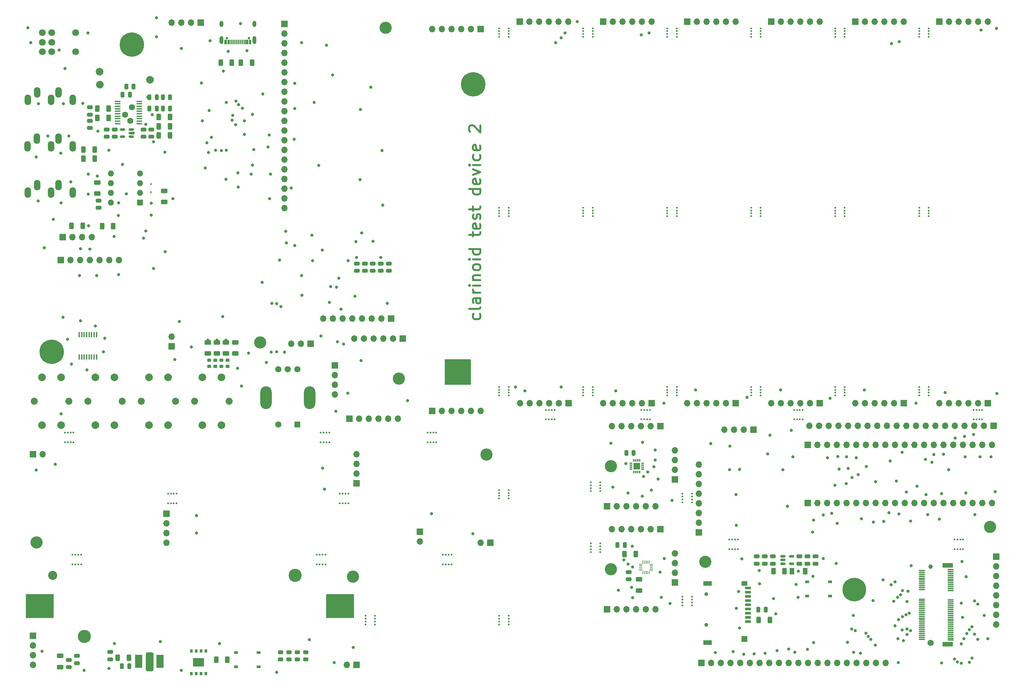
<source format=gbr>
%TF.GenerationSoftware,KiCad,Pcbnew,(6.0.5)*%
%TF.CreationDate,2022-07-28T21:37:22+02:00*%
%TF.ProjectId,clarinoid-devboard,636c6172-696e-46f6-9964-2d646576626f,rev?*%
%TF.SameCoordinates,Original*%
%TF.FileFunction,Soldermask,Top*%
%TF.FilePolarity,Negative*%
%FSLAX46Y46*%
G04 Gerber Fmt 4.6, Leading zero omitted, Abs format (unit mm)*
G04 Created by KiCad (PCBNEW (6.0.5)) date 2022-07-28 21:37:22*
%MOMM*%
%LPD*%
G01*
G04 APERTURE LIST*
G04 Aperture macros list*
%AMRoundRect*
0 Rectangle with rounded corners*
0 $1 Rounding radius*
0 $2 $3 $4 $5 $6 $7 $8 $9 X,Y pos of 4 corners*
0 Add a 4 corners polygon primitive as box body*
4,1,4,$2,$3,$4,$5,$6,$7,$8,$9,$2,$3,0*
0 Add four circle primitives for the rounded corners*
1,1,$1+$1,$2,$3*
1,1,$1+$1,$4,$5*
1,1,$1+$1,$6,$7*
1,1,$1+$1,$8,$9*
0 Add four rect primitives between the rounded corners*
20,1,$1+$1,$2,$3,$4,$5,0*
20,1,$1+$1,$4,$5,$6,$7,0*
20,1,$1+$1,$6,$7,$8,$9,0*
20,1,$1+$1,$8,$9,$2,$3,0*%
%AMFreePoly0*
4,1,14,0.354215,0.088284,0.450784,-0.008285,0.462500,-0.036569,0.462500,-0.060000,0.450784,-0.088284,0.422500,-0.100000,-0.422500,-0.100000,-0.450784,-0.088284,-0.462500,-0.060000,-0.462500,0.060000,-0.450784,0.088284,-0.422500,0.100000,0.325931,0.100000,0.354215,0.088284,0.354215,0.088284,$1*%
%AMFreePoly1*
4,1,14,0.450784,0.088284,0.462500,0.060000,0.462500,0.036569,0.450784,0.008285,0.354215,-0.088284,0.325931,-0.100000,-0.422500,-0.100000,-0.450784,-0.088284,-0.462500,-0.060000,-0.462500,0.060000,-0.450784,0.088284,-0.422500,0.100000,0.422500,0.100000,0.450784,0.088284,0.450784,0.088284,$1*%
%AMFreePoly2*
4,1,14,0.088284,0.450784,0.100000,0.422500,0.100000,-0.422500,0.088284,-0.450784,0.060000,-0.462500,-0.060000,-0.462500,-0.088284,-0.450784,-0.100000,-0.422500,-0.100000,0.325931,-0.088284,0.354215,0.008285,0.450784,0.036569,0.462500,0.060000,0.462500,0.088284,0.450784,0.088284,0.450784,$1*%
%AMFreePoly3*
4,1,14,-0.008285,0.450784,0.088284,0.354215,0.100000,0.325931,0.100000,-0.422500,0.088284,-0.450784,0.060000,-0.462500,-0.060000,-0.462500,-0.088284,-0.450784,-0.100000,-0.422500,-0.100000,0.422500,-0.088284,0.450784,-0.060000,0.462500,-0.036569,0.462500,-0.008285,0.450784,-0.008285,0.450784,$1*%
%AMFreePoly4*
4,1,14,0.450784,0.088284,0.462500,0.060000,0.462500,-0.060000,0.450784,-0.088284,0.422500,-0.100000,-0.325931,-0.100000,-0.354215,-0.088284,-0.450784,0.008285,-0.462500,0.036569,-0.462500,0.060000,-0.450784,0.088284,-0.422500,0.100000,0.422500,0.100000,0.450784,0.088284,0.450784,0.088284,$1*%
%AMFreePoly5*
4,1,14,0.450784,0.088284,0.462500,0.060000,0.462500,-0.060000,0.450784,-0.088284,0.422500,-0.100000,-0.422500,-0.100000,-0.450784,-0.088284,-0.462500,-0.060000,-0.462500,-0.036569,-0.450784,-0.008285,-0.354215,0.088284,-0.325931,0.100000,0.422500,0.100000,0.450784,0.088284,0.450784,0.088284,$1*%
%AMFreePoly6*
4,1,14,0.088284,0.450784,0.100000,0.422500,0.100000,-0.325931,0.088284,-0.354215,-0.008285,-0.450784,-0.036569,-0.462500,-0.060000,-0.462500,-0.088284,-0.450784,-0.100000,-0.422500,-0.100000,0.422500,-0.088284,0.450784,-0.060000,0.462500,0.060000,0.462500,0.088284,0.450784,0.088284,0.450784,$1*%
%AMFreePoly7*
4,1,14,0.088284,0.450784,0.100000,0.422500,0.100000,-0.422500,0.088284,-0.450784,0.060000,-0.462500,0.036569,-0.462500,0.008285,-0.450784,-0.088284,-0.354215,-0.100000,-0.325931,-0.100000,0.422500,-0.088284,0.450784,-0.060000,0.462500,0.060000,0.462500,0.088284,0.450784,0.088284,0.450784,$1*%
G04 Aperture macros list end*
%ADD10C,0.775000*%
%ADD11C,1.000000*%
%ADD12C,0.500000*%
%ADD13R,1.300000X1.700000*%
%ADD14RoundRect,0.218750X-0.256250X0.218750X-0.256250X-0.218750X0.256250X-0.218750X0.256250X0.218750X0*%
%ADD15RoundRect,0.250000X-0.475000X0.250000X-0.475000X-0.250000X0.475000X-0.250000X0.475000X0.250000X0*%
%ADD16C,0.500000*%
%ADD17R,1.700000X1.700000*%
%ADD18O,1.700000X1.700000*%
%ADD19RoundRect,0.250000X0.475000X-0.250000X0.475000X0.250000X-0.475000X0.250000X-0.475000X-0.250000X0*%
%ADD20RoundRect,0.250000X0.625000X-0.312500X0.625000X0.312500X-0.625000X0.312500X-0.625000X-0.312500X0*%
%ADD21RoundRect,0.250000X-0.312500X-0.625000X0.312500X-0.625000X0.312500X0.625000X-0.312500X0.625000X0*%
%ADD22C,3.200000*%
%ADD23RoundRect,0.250000X0.250000X0.475000X-0.250000X0.475000X-0.250000X-0.475000X0.250000X-0.475000X0*%
%ADD24R,0.450000X1.475000*%
%ADD25R,0.700000X0.950000*%
%ADD26R,2.850000X2.250000*%
%ADD27C,1.850000*%
%ADD28C,2.000000*%
%ADD29C,3.450000*%
%ADD30C,2.390000*%
%ADD31R,7.340000X6.350000*%
%ADD32R,1.850000X3.500000*%
%ADD33R,1.000000X0.750000*%
%ADD34RoundRect,0.243750X-0.456250X0.243750X-0.456250X-0.243750X0.456250X-0.243750X0.456250X0.243750X0*%
%ADD35O,1.700000X2.800000*%
%ADD36C,6.200000*%
%ADD37C,0.800000*%
%ADD38C,6.400000*%
%ADD39R,6.400000X6.400000*%
%ADD40R,0.300000X0.800000*%
%ADD41R,0.800000X0.300000*%
%ADD42R,1.800000X1.800000*%
%ADD43FreePoly0,0.000000*%
%ADD44RoundRect,0.050000X-0.412500X-0.050000X0.412500X-0.050000X0.412500X0.050000X-0.412500X0.050000X0*%
%ADD45FreePoly1,0.000000*%
%ADD46FreePoly2,0.000000*%
%ADD47RoundRect,0.050000X-0.050000X-0.412500X0.050000X-0.412500X0.050000X0.412500X-0.050000X0.412500X0*%
%ADD48FreePoly3,0.000000*%
%ADD49FreePoly4,0.000000*%
%ADD50FreePoly5,0.000000*%
%ADD51FreePoly6,0.000000*%
%ADD52FreePoly7,0.000000*%
%ADD53C,0.650000*%
%ADD54R,0.300000X1.150000*%
%ADD55O,1.000000X1.600000*%
%ADD56O,1.000000X2.100000*%
%ADD57RoundRect,0.243750X0.456250X-0.243750X0.456250X0.243750X-0.456250X0.243750X-0.456250X-0.243750X0*%
%ADD58RoundRect,0.250000X0.312500X0.625000X-0.312500X0.625000X-0.312500X-0.625000X0.312500X-0.625000X0*%
%ADD59RoundRect,0.250000X-0.250000X-0.475000X0.250000X-0.475000X0.250000X0.475000X-0.250000X0.475000X0*%
%ADD60R,1.600000X1.600000*%
%ADD61O,1.600000X1.600000*%
%ADD62C,1.800000*%
%ADD63C,1.000000*%
%ADD64R,1.600000X0.700000*%
%ADD65R,1.500000X1.200000*%
%ADD66R,2.200000X1.200000*%
%ADD67R,1.500000X1.600000*%
%ADD68RoundRect,0.100000X-0.637500X-0.100000X0.637500X-0.100000X0.637500X0.100000X-0.637500X0.100000X0*%
%ADD69C,1.650000*%
%ADD70C,1.150000*%
%ADD71R,1.550000X0.300000*%
%ADD72R,2.750000X1.200000*%
%ADD73R,0.450000X0.600000*%
%ADD74RoundRect,0.150000X-0.512500X-0.150000X0.512500X-0.150000X0.512500X0.150000X-0.512500X0.150000X0*%
%ADD75R,1.650000X1.650000*%
%ADD76O,3.000000X6.000000*%
%ADD77RoundRect,0.150000X0.512500X0.150000X-0.512500X0.150000X-0.512500X-0.150000X0.512500X-0.150000X0*%
%ADD78C,1.600000*%
G04 APERTURE END LIST*
D10*
X359672056Y-32875729D02*
G75*
G03*
X359672056Y-32875729I-387500J0D01*
G01*
D11*
X363859304Y-176650034D02*
X364859304Y-176650034D01*
X364859304Y-176650034D02*
X364859304Y-172650034D01*
X364859304Y-172650034D02*
X363859304Y-172650034D01*
X363859304Y-172650034D02*
X363859304Y-176650034D01*
G36*
X363859304Y-176650034D02*
G01*
X364859304Y-176650034D01*
X364859304Y-172650034D01*
X363859304Y-172650034D01*
X363859304Y-176650034D01*
G37*
D10*
X360072056Y-29275729D02*
G75*
G03*
X360072056Y-29275729I-387500J0D01*
G01*
X358272056Y-31275729D02*
G75*
G03*
X358272056Y-31275729I-387500J0D01*
G01*
D12*
X450843589Y-83440034D02*
X450986446Y-83725748D01*
X450986446Y-84297176D01*
X450843589Y-84582891D01*
X450700732Y-84725748D01*
X450415018Y-84868605D01*
X449557875Y-84868605D01*
X449272161Y-84725748D01*
X449129304Y-84582891D01*
X448986446Y-84297176D01*
X448986446Y-83725748D01*
X449129304Y-83440034D01*
X450986446Y-81725748D02*
X450843589Y-82011462D01*
X450557875Y-82154319D01*
X447986446Y-82154319D01*
X450986446Y-79297176D02*
X449415018Y-79297176D01*
X449129304Y-79440034D01*
X448986446Y-79725748D01*
X448986446Y-80297176D01*
X449129304Y-80582891D01*
X450843589Y-79297176D02*
X450986446Y-79582891D01*
X450986446Y-80297176D01*
X450843589Y-80582891D01*
X450557875Y-80725748D01*
X450272161Y-80725748D01*
X449986446Y-80582891D01*
X449843589Y-80297176D01*
X449843589Y-79582891D01*
X449700732Y-79297176D01*
X450986446Y-77868605D02*
X448986446Y-77868605D01*
X449557875Y-77868605D02*
X449272161Y-77725748D01*
X449129304Y-77582891D01*
X448986446Y-77297176D01*
X448986446Y-77011462D01*
X450986446Y-76011462D02*
X448986446Y-76011462D01*
X447986446Y-76011462D02*
X448129304Y-76154319D01*
X448272161Y-76011462D01*
X448129304Y-75868605D01*
X447986446Y-76011462D01*
X448272161Y-76011462D01*
X448986446Y-74582891D02*
X450986446Y-74582891D01*
X449272161Y-74582891D02*
X449129304Y-74440034D01*
X448986446Y-74154319D01*
X448986446Y-73725748D01*
X449129304Y-73440034D01*
X449415018Y-73297176D01*
X450986446Y-73297176D01*
X450986446Y-71440034D02*
X450843589Y-71725748D01*
X450700732Y-71868605D01*
X450415018Y-72011462D01*
X449557875Y-72011462D01*
X449272161Y-71868605D01*
X449129304Y-71725748D01*
X448986446Y-71440034D01*
X448986446Y-71011462D01*
X449129304Y-70725748D01*
X449272161Y-70582891D01*
X449557875Y-70440034D01*
X450415018Y-70440034D01*
X450700732Y-70582891D01*
X450843589Y-70725748D01*
X450986446Y-71011462D01*
X450986446Y-71440034D01*
X450986446Y-69154319D02*
X448986446Y-69154319D01*
X447986446Y-69154319D02*
X448129304Y-69297176D01*
X448272161Y-69154319D01*
X448129304Y-69011462D01*
X447986446Y-69154319D01*
X448272161Y-69154319D01*
X450986446Y-66440034D02*
X447986446Y-66440034D01*
X450843589Y-66440034D02*
X450986446Y-66725748D01*
X450986446Y-67297176D01*
X450843589Y-67582891D01*
X450700732Y-67725748D01*
X450415018Y-67868605D01*
X449557875Y-67868605D01*
X449272161Y-67725748D01*
X449129304Y-67582891D01*
X448986446Y-67297176D01*
X448986446Y-66725748D01*
X449129304Y-66440034D01*
X448986446Y-63154319D02*
X448986446Y-62011462D01*
X447986446Y-62725748D02*
X450557875Y-62725748D01*
X450843589Y-62582891D01*
X450986446Y-62297176D01*
X450986446Y-62011462D01*
X450843589Y-59868605D02*
X450986446Y-60154319D01*
X450986446Y-60725748D01*
X450843589Y-61011462D01*
X450557875Y-61154319D01*
X449415018Y-61154319D01*
X449129304Y-61011462D01*
X448986446Y-60725748D01*
X448986446Y-60154319D01*
X449129304Y-59868605D01*
X449415018Y-59725748D01*
X449700732Y-59725748D01*
X449986446Y-61154319D01*
X450843589Y-58582891D02*
X450986446Y-58297176D01*
X450986446Y-57725748D01*
X450843589Y-57440034D01*
X450557875Y-57297176D01*
X450415018Y-57297176D01*
X450129304Y-57440034D01*
X449986446Y-57725748D01*
X449986446Y-58154319D01*
X449843589Y-58440034D01*
X449557875Y-58582891D01*
X449415018Y-58582891D01*
X449129304Y-58440034D01*
X448986446Y-58154319D01*
X448986446Y-57725748D01*
X449129304Y-57440034D01*
X448986446Y-56440034D02*
X448986446Y-55297176D01*
X447986446Y-56011462D02*
X450557875Y-56011462D01*
X450843589Y-55868605D01*
X450986446Y-55582891D01*
X450986446Y-55297176D01*
X450986446Y-50725748D02*
X447986446Y-50725748D01*
X450843589Y-50725748D02*
X450986446Y-51011462D01*
X450986446Y-51582891D01*
X450843589Y-51868605D01*
X450700732Y-52011462D01*
X450415018Y-52154319D01*
X449557875Y-52154319D01*
X449272161Y-52011462D01*
X449129304Y-51868605D01*
X448986446Y-51582891D01*
X448986446Y-51011462D01*
X449129304Y-50725748D01*
X450843589Y-48154319D02*
X450986446Y-48440034D01*
X450986446Y-49011462D01*
X450843589Y-49297176D01*
X450557875Y-49440034D01*
X449415018Y-49440034D01*
X449129304Y-49297176D01*
X448986446Y-49011462D01*
X448986446Y-48440034D01*
X449129304Y-48154319D01*
X449415018Y-48011462D01*
X449700732Y-48011462D01*
X449986446Y-49440034D01*
X448986446Y-47011462D02*
X450986446Y-46297176D01*
X448986446Y-45582891D01*
X450986446Y-44440034D02*
X448986446Y-44440034D01*
X447986446Y-44440034D02*
X448129304Y-44582891D01*
X448272161Y-44440034D01*
X448129304Y-44297176D01*
X447986446Y-44440034D01*
X448272161Y-44440034D01*
X450843589Y-41725748D02*
X450986446Y-42011462D01*
X450986446Y-42582891D01*
X450843589Y-42868605D01*
X450700732Y-43011462D01*
X450415018Y-43154319D01*
X449557875Y-43154319D01*
X449272161Y-43011462D01*
X449129304Y-42868605D01*
X448986446Y-42582891D01*
X448986446Y-42011462D01*
X449129304Y-41725748D01*
X450843589Y-39297176D02*
X450986446Y-39582891D01*
X450986446Y-40154319D01*
X450843589Y-40440034D01*
X450557875Y-40582891D01*
X449415018Y-40582891D01*
X449129304Y-40440034D01*
X448986446Y-40154319D01*
X448986446Y-39582891D01*
X449129304Y-39297176D01*
X449415018Y-39154319D01*
X449700732Y-39154319D01*
X449986446Y-40582891D01*
X448272161Y-35725748D02*
X448129304Y-35582891D01*
X447986446Y-35297176D01*
X447986446Y-34582891D01*
X448129304Y-34297176D01*
X448272161Y-34154319D01*
X448557875Y-34011462D01*
X448843589Y-34011462D01*
X449272161Y-34154319D01*
X450986446Y-35868605D01*
X450986446Y-34011462D01*
%TO.C,H1*%
G36*
X441639304Y-95350034D02*
G01*
X448439304Y-95350034D01*
X448439304Y-102050034D01*
X441639304Y-102050034D01*
X441639304Y-95350034D01*
G37*
%TD*%
D13*
%TO.C,D12*%
X532526804Y-150850034D03*
X536026804Y-150850034D03*
%TD*%
D14*
%TO.C,D5*%
X384739304Y-95600034D03*
X384739304Y-97175034D03*
%TD*%
D15*
%TO.C,C4*%
X353084556Y-35125729D03*
X353084556Y-37025729D03*
%TD*%
D16*
%TO.C,U58*%
X442639304Y-146600034D03*
X441139304Y-149100034D03*
X443389304Y-149100034D03*
X442639304Y-149100034D03*
X441889304Y-149100034D03*
X441889304Y-146600034D03*
X443389304Y-146600034D03*
X441139304Y-146600034D03*
%TD*%
D17*
%TO.C,U38*%
X406539304Y-91250034D03*
D18*
X403999304Y-91250034D03*
X401459304Y-91250034D03*
%TD*%
D17*
%TO.C,J15*%
X517839304Y-106850034D03*
D18*
X515299304Y-106850034D03*
X512759304Y-106850034D03*
X510219304Y-106850034D03*
X507679304Y-106850034D03*
X505139304Y-106850034D03*
%TD*%
D19*
%TO.C,C21*%
X422789304Y-72150034D03*
X422789304Y-70250034D03*
%TD*%
D14*
%TO.C,D7*%
X383139304Y-95600034D03*
X383139304Y-97175034D03*
%TD*%
D20*
%TO.C,R35*%
X384339304Y-93850034D03*
X384339304Y-90925034D03*
%TD*%
D21*
%TO.C,R40*%
X343876804Y-60350034D03*
X346801804Y-60350034D03*
%TD*%
D16*
%TO.C,U35*%
X499889304Y-104100034D03*
X502389304Y-102600034D03*
X499889304Y-104850034D03*
X502389304Y-104850034D03*
X502389304Y-104100034D03*
X502389304Y-103350034D03*
X499889304Y-102600034D03*
X499889304Y-103350034D03*
%TD*%
D22*
%TO.C,H15*%
X426129304Y-8440034D03*
%TD*%
%TO.C,H10*%
X584439304Y-139250034D03*
%TD*%
D17*
%TO.C,J7*%
X418549304Y-175470034D03*
D18*
X416009304Y-175470034D03*
%TD*%
D15*
%TO.C,C1*%
X523339304Y-147000034D03*
X523339304Y-148900034D03*
%TD*%
D19*
%TO.C,C23*%
X426989304Y-72150034D03*
X426989304Y-70250034D03*
%TD*%
D21*
%TO.C,R10*%
X381746804Y-174050034D03*
X384671804Y-174050034D03*
%TD*%
D23*
%TO.C,C14*%
X369684556Y-29675729D03*
X367784556Y-29675729D03*
%TD*%
D19*
%TO.C,C29*%
X534539304Y-148900034D03*
X534539304Y-147000034D03*
%TD*%
D23*
%TO.C,C25*%
X488761804Y-144051034D03*
X486861804Y-144051034D03*
%TD*%
D14*
%TO.C,D9*%
X379939304Y-95600034D03*
X379939304Y-97175034D03*
%TD*%
D23*
%TO.C,C18*%
X358980304Y-175810034D03*
X357080304Y-175810034D03*
%TD*%
D19*
%TO.C,C20*%
X420689304Y-72150034D03*
X420689304Y-70250034D03*
%TD*%
D17*
%TO.C,J33*%
X435139304Y-140580034D03*
D18*
X435139304Y-143120034D03*
%TD*%
D24*
%TO.C,IC1*%
X345864304Y-94788034D03*
X346514304Y-94788034D03*
X347164304Y-94788034D03*
X347814304Y-94788034D03*
X348464304Y-94788034D03*
X349114304Y-94788034D03*
X349764304Y-94788034D03*
X350414304Y-94788034D03*
X350414304Y-88912034D03*
X349764304Y-88912034D03*
X349114304Y-88912034D03*
X348464304Y-88912034D03*
X347814304Y-88912034D03*
X347164304Y-88912034D03*
X346514304Y-88912034D03*
X345864304Y-88912034D03*
%TD*%
D20*
%TO.C,R19*%
X368184556Y-54138229D03*
X368184556Y-51213229D03*
%TD*%
D22*
%TO.C,H7*%
X452549304Y-120340034D03*
%TD*%
D17*
%TO.C,J25*%
X583839304Y-106850034D03*
D18*
X581299304Y-106850034D03*
X578759304Y-106850034D03*
X576219304Y-106850034D03*
X573679304Y-106850034D03*
X571139304Y-106850034D03*
%TD*%
D22*
%TO.C,H14*%
X429629304Y-100440034D03*
%TD*%
D16*
%TO.C,U53*%
X344389304Y-117100034D03*
X343639304Y-114600034D03*
X342889304Y-117100034D03*
X342139304Y-114600034D03*
X344389304Y-114600034D03*
X343639304Y-117100034D03*
X342889304Y-114600034D03*
X342139304Y-117100034D03*
%TD*%
%TO.C,U66*%
X458389304Y-131850034D03*
X455889304Y-131100034D03*
X455889304Y-130350034D03*
X455889304Y-129600034D03*
X458389304Y-130350034D03*
X458389304Y-129600034D03*
X458389304Y-131100034D03*
X455889304Y-131850034D03*
%TD*%
D17*
%TO.C,U2*%
X536709304Y-117784034D03*
D18*
X539249304Y-117784034D03*
X541789304Y-117784034D03*
X544329304Y-117784034D03*
X546869304Y-117784034D03*
X549409304Y-117784034D03*
X551949304Y-117784034D03*
X554489304Y-117784034D03*
X557029304Y-117784034D03*
X559569304Y-117784034D03*
X562109304Y-117784034D03*
X564649304Y-117784034D03*
X567189304Y-117784034D03*
X569729304Y-117784034D03*
X572269304Y-117784034D03*
X574809304Y-117784034D03*
X577349304Y-117784034D03*
X579889304Y-117784034D03*
X582429304Y-117784034D03*
X584969304Y-117784034D03*
%TD*%
D17*
%TO.C,J45*%
X438311804Y-108851034D03*
D18*
X440851804Y-108851034D03*
X443391804Y-108851034D03*
X445931804Y-108851034D03*
X448471804Y-108851034D03*
X451011804Y-108851034D03*
%TD*%
D25*
%TO.C,IC2*%
X375234304Y-177750034D03*
X376504304Y-177750034D03*
X377774304Y-177750034D03*
X379044304Y-177750034D03*
X379044304Y-171800034D03*
X377774304Y-171800034D03*
X376504304Y-171800034D03*
X375234304Y-171800034D03*
D26*
X377139304Y-174775034D03*
%TD*%
D16*
%TO.C,U25*%
X565889304Y-102600034D03*
X565889304Y-103350034D03*
X568389304Y-104100034D03*
X565889304Y-104850034D03*
X565889304Y-104100034D03*
X568389304Y-102600034D03*
X568389304Y-103350034D03*
X568389304Y-104850034D03*
%TD*%
D15*
%TO.C,C12*%
X348684556Y-32825729D03*
X348684556Y-34725729D03*
%TD*%
D17*
%TO.C,J21*%
X539839304Y-106850034D03*
D18*
X537299304Y-106850034D03*
X534759304Y-106850034D03*
X532219304Y-106850034D03*
X529679304Y-106850034D03*
X527139304Y-106850034D03*
%TD*%
D27*
%TO.C,SW4*%
X362139304Y-106350034D03*
X371139304Y-106350034D03*
D28*
X369139304Y-100100034D03*
X369139304Y-112600034D03*
X364139304Y-100100034D03*
X364139304Y-112600034D03*
%TD*%
D15*
%TO.C,C26*%
X527539304Y-147000034D03*
X527539304Y-148900034D03*
%TD*%
D29*
%TO.C,BT1*%
X402464449Y-152015736D03*
X347264449Y-168015736D03*
D30*
X338934449Y-152015736D03*
D31*
X335534449Y-160015736D03*
X414194449Y-160015736D03*
%TD*%
D17*
%TO.C,J48*%
X501919304Y-153820034D03*
D18*
X501919304Y-151280034D03*
X501919304Y-148740034D03*
X501919304Y-146200034D03*
%TD*%
D17*
%TO.C,J3*%
X522509304Y-113810034D03*
D18*
X519969304Y-113810034D03*
X517429304Y-113810034D03*
X514889304Y-113810034D03*
%TD*%
D32*
%TO.C,L1*%
X367045304Y-174535034D03*
X361445304Y-174535034D03*
%TD*%
D19*
%TO.C,C27*%
X350984556Y-55625729D03*
X350984556Y-53725729D03*
%TD*%
D21*
%TO.C,R4*%
X488749304Y-146351034D03*
X491674304Y-146351034D03*
%TD*%
D16*
%TO.C,U67*%
X582389304Y-111100034D03*
X581639304Y-108600034D03*
X580889304Y-111100034D03*
X581639304Y-111100034D03*
X582389304Y-108600034D03*
X580889304Y-108600034D03*
X580139304Y-111100034D03*
X580139304Y-108600034D03*
%TD*%
D17*
%TO.C,J30*%
X368729304Y-135850034D03*
D18*
X368729304Y-138390034D03*
X368729304Y-140930034D03*
X368729304Y-143470034D03*
%TD*%
D33*
%TO.C,SW6*%
X536539304Y-153675034D03*
X536539304Y-157425034D03*
X542539304Y-153675034D03*
X542539304Y-157425034D03*
%TD*%
D27*
%TO.C,SW3*%
X357139304Y-106350034D03*
X348139304Y-106350034D03*
D28*
X355139304Y-100100034D03*
X355139304Y-112600034D03*
X350139304Y-100100034D03*
X350139304Y-112600034D03*
%TD*%
D21*
%TO.C,R41*%
X351876804Y-60450034D03*
X354801804Y-60450034D03*
%TD*%
D16*
%TO.C,U37*%
X543889304Y-9350034D03*
X543889304Y-8600034D03*
X546389304Y-10100034D03*
X546389304Y-10850034D03*
X546389304Y-8600034D03*
X546389304Y-9350034D03*
X543889304Y-10850034D03*
X543889304Y-10100034D03*
%TD*%
D34*
%TO.C,D1*%
X405246137Y-172135034D03*
X405246137Y-174010034D03*
%TD*%
D16*
%TO.C,U64*%
X495389304Y-108600034D03*
X493889304Y-111100034D03*
X494639304Y-108600034D03*
X493139304Y-108600034D03*
X493889304Y-108600034D03*
X495389304Y-111100034D03*
X494639304Y-111100034D03*
X493139304Y-111100034D03*
%TD*%
%TO.C,U50*%
X416389304Y-133100034D03*
X415639304Y-133100034D03*
X414889304Y-130600034D03*
X414889304Y-133100034D03*
X414139304Y-133100034D03*
X416389304Y-130600034D03*
X415639304Y-130600034D03*
X414139304Y-130600034D03*
%TD*%
D15*
%TO.C,C15*%
X345309304Y-173100034D03*
X345309304Y-175000034D03*
%TD*%
D35*
%TO.C,J10*%
X332384556Y-51675729D03*
X334834556Y-49675729D03*
X338534556Y-51675729D03*
X340434556Y-49675729D03*
X344184556Y-51675729D03*
%TD*%
D17*
%TO.C,J43*%
X399629304Y-7440034D03*
D18*
X399629304Y-9980034D03*
X399629304Y-12520034D03*
X399629304Y-15060034D03*
X399629304Y-17600034D03*
X399629304Y-20140034D03*
X399629304Y-22680034D03*
X399629304Y-25220034D03*
X399629304Y-27760034D03*
X399629304Y-30300034D03*
X399629304Y-32840034D03*
X399629304Y-35380034D03*
X399629304Y-37920034D03*
X399629304Y-40460034D03*
X399629304Y-43000034D03*
X399629304Y-45540034D03*
X399629304Y-48080034D03*
X399629304Y-50620034D03*
X399629304Y-53160034D03*
X399629304Y-55700034D03*
%TD*%
D36*
%TO.C,H4*%
X548886659Y-155705034D03*
%TD*%
D16*
%TO.C,U59*%
X479889304Y-145100034D03*
X482389304Y-143600034D03*
X479889304Y-143600034D03*
X482389304Y-145850034D03*
X479889304Y-144350034D03*
X479889304Y-145850034D03*
X482389304Y-145100034D03*
X482389304Y-144350034D03*
%TD*%
D37*
%TO.C,H2*%
X340336360Y-91652978D03*
X336942248Y-91652978D03*
X338639304Y-95750034D03*
X336239304Y-93350034D03*
X336942248Y-95047090D03*
X341039304Y-93350034D03*
X338639304Y-90950034D03*
X340336360Y-95047090D03*
D38*
X338639304Y-93350034D03*
%TD*%
D21*
%TO.C,R7*%
X382939304Y-17635034D03*
X385864304Y-17635034D03*
%TD*%
D16*
%TO.C,U56*%
X346389304Y-149100034D03*
X344139304Y-146600034D03*
X344889304Y-149100034D03*
X345639304Y-149100034D03*
X344889304Y-146600034D03*
X346389304Y-146600034D03*
X345639304Y-146600034D03*
X344139304Y-149100034D03*
%TD*%
%TO.C,U65*%
X576639304Y-142600034D03*
X576639304Y-145100034D03*
X575139304Y-142600034D03*
X575889304Y-142600034D03*
X575139304Y-145100034D03*
X575889304Y-145100034D03*
X577389304Y-142600034D03*
X577389304Y-145100034D03*
%TD*%
%TO.C,U49*%
X437889304Y-114600034D03*
X439389304Y-114600034D03*
X438639304Y-117100034D03*
X437139304Y-117100034D03*
X438639304Y-114600034D03*
X437139304Y-114600034D03*
X439389304Y-117100034D03*
X437889304Y-117100034D03*
%TD*%
%TO.C,U57*%
X482389304Y-128350034D03*
X479889304Y-128350034D03*
X482389304Y-129850034D03*
X479889304Y-127600034D03*
X479889304Y-129850034D03*
X482389304Y-127600034D03*
X482389304Y-129100034D03*
X479889304Y-129100034D03*
%TD*%
D17*
%TO.C,J9*%
X461261804Y-6850034D03*
D18*
X463801804Y-6850034D03*
X466341804Y-6850034D03*
X468881804Y-6850034D03*
X471421804Y-6850034D03*
X473961804Y-6850034D03*
%TD*%
D39*
%TO.C,H1*%
X445239304Y-98850034D03*
%TD*%
D17*
%TO.C,J46*%
X484139304Y-160850034D03*
D18*
X486679304Y-160850034D03*
X489219304Y-160850034D03*
X491759304Y-160850034D03*
X494299304Y-160850034D03*
X496839304Y-160850034D03*
%TD*%
D16*
%TO.C,U63*%
X506389304Y-157600034D03*
X503889304Y-159100034D03*
X506389304Y-158350034D03*
X506389304Y-159850034D03*
X503889304Y-159850034D03*
X503889304Y-157600034D03*
X506389304Y-159100034D03*
X503889304Y-158350034D03*
%TD*%
D17*
%TO.C,J19*%
X527139304Y-6850034D03*
D18*
X529679304Y-6850034D03*
X532219304Y-6850034D03*
X534759304Y-6850034D03*
X537299304Y-6850034D03*
X539839304Y-6850034D03*
%TD*%
D17*
%TO.C,J47*%
X498109304Y-139850034D03*
D18*
X495569304Y-139850034D03*
X493029304Y-139850034D03*
X490489304Y-139850034D03*
X487949304Y-139850034D03*
X485409304Y-139850034D03*
%TD*%
D23*
%TO.C,C8*%
X360134556Y-23875729D03*
X358234556Y-23875729D03*
%TD*%
D19*
%TO.C,C5*%
X364784556Y-37025729D03*
X364784556Y-35125729D03*
%TD*%
%TO.C,C9*%
X348684556Y-31225729D03*
X348684556Y-29325729D03*
%TD*%
D17*
%TO.C,J42*%
X508179304Y-140725034D03*
D18*
X508179304Y-138185034D03*
X508179304Y-135645034D03*
X508179304Y-133105034D03*
X508179304Y-130565034D03*
X508179304Y-128025034D03*
X508179304Y-125485034D03*
X508179304Y-122945034D03*
%TD*%
D17*
%TO.C,J44*%
X427569304Y-84700034D03*
D18*
X425029304Y-84700034D03*
X422489304Y-84700034D03*
X419949304Y-84700034D03*
X417409304Y-84700034D03*
X414869304Y-84700034D03*
X412329304Y-84700034D03*
X409789304Y-84700034D03*
%TD*%
D16*
%TO.C,U27*%
X455889304Y-103350034D03*
X458389304Y-103350034D03*
X455889304Y-104850034D03*
X455889304Y-102600034D03*
X458389304Y-102600034D03*
X458389304Y-104100034D03*
X455889304Y-104100034D03*
X458389304Y-104850034D03*
%TD*%
D17*
%TO.C,J5*%
X341539304Y-63325034D03*
D18*
X344079304Y-63325034D03*
X346619304Y-63325034D03*
X349159304Y-63325034D03*
%TD*%
D40*
%TO.C,IC3*%
X492669304Y-121850034D03*
X492169304Y-121850034D03*
X491669304Y-121850034D03*
X491169304Y-121850034D03*
D41*
X490419304Y-122600034D03*
X490419304Y-123100034D03*
X490419304Y-123600034D03*
X490419304Y-124100034D03*
D40*
X491169304Y-124850034D03*
X491669304Y-124850034D03*
X492169304Y-124850034D03*
X492669304Y-124850034D03*
D41*
X493419304Y-124100034D03*
X493419304Y-123600034D03*
X493419304Y-123100034D03*
X493419304Y-122600034D03*
D42*
X491919304Y-123350034D03*
%TD*%
D43*
%TO.C,U45*%
X492961804Y-149060034D03*
D44*
X492961804Y-149460034D03*
X492961804Y-149860034D03*
X492961804Y-150260034D03*
D45*
X492961804Y-150660034D03*
D46*
X493549304Y-151247534D03*
D47*
X493949304Y-151247534D03*
X494349304Y-151247534D03*
X494749304Y-151247534D03*
D48*
X495149304Y-151247534D03*
D49*
X495736804Y-150660034D03*
D44*
X495736804Y-150260034D03*
X495736804Y-149860034D03*
X495736804Y-149460034D03*
D50*
X495736804Y-149060034D03*
D51*
X495149304Y-148472534D03*
D47*
X494749304Y-148472534D03*
X494349304Y-148472534D03*
X493949304Y-148472534D03*
D52*
X493549304Y-148472534D03*
%TD*%
D17*
%TO.C,J50*%
X484139304Y-133850034D03*
D18*
X486679304Y-133850034D03*
X489219304Y-133850034D03*
X491759304Y-133850034D03*
X494299304Y-133850034D03*
X496839304Y-133850034D03*
%TD*%
D53*
%TO.C,J2*%
X390329304Y-11155034D03*
X384549304Y-11155034D03*
D54*
X390789304Y-12220034D03*
X389989304Y-12220034D03*
X388689304Y-12220034D03*
X387689304Y-12220034D03*
X387189304Y-12220034D03*
X386189304Y-12220034D03*
X384889304Y-12220034D03*
X384089304Y-12220034D03*
X384389304Y-12220034D03*
X385189304Y-12220034D03*
X385689304Y-12220034D03*
X386689304Y-12220034D03*
X388189304Y-12220034D03*
X389189304Y-12220034D03*
X389689304Y-12220034D03*
X390489304Y-12220034D03*
D55*
X391759304Y-7475034D03*
X383119304Y-7475034D03*
D56*
X391759304Y-11655034D03*
X383119304Y-11655034D03*
%TD*%
D14*
%TO.C,D8*%
X381539304Y-95600034D03*
X381539304Y-97175034D03*
%TD*%
D57*
%TO.C,D2*%
X403030304Y-174010034D03*
X403030304Y-172135034D03*
%TD*%
D58*
%TO.C,R6*%
X353547056Y-32075729D03*
X350622056Y-32075729D03*
%TD*%
D27*
%TO.C,SW2*%
X334139304Y-106350034D03*
X343139304Y-106350034D03*
D28*
X341139304Y-100100034D03*
X341139304Y-112600034D03*
X336139304Y-100100034D03*
X336139304Y-112600034D03*
%TD*%
D19*
%TO.C,C30*%
X536639304Y-148900034D03*
X536639304Y-147000034D03*
%TD*%
D28*
%TO.C,TP3*%
X351193556Y-20015729D03*
%TD*%
D22*
%TO.C,H11*%
X485139304Y-150350034D03*
%TD*%
D17*
%TO.C,U3*%
X536709304Y-133024034D03*
D18*
X539249304Y-133024034D03*
X541789304Y-133024034D03*
X544329304Y-133024034D03*
X546869304Y-133024034D03*
X549409304Y-133024034D03*
X551949304Y-133024034D03*
X554489304Y-133024034D03*
X557029304Y-133024034D03*
X559569304Y-133024034D03*
X562109304Y-133024034D03*
X564649304Y-133024034D03*
X567189304Y-133024034D03*
X569729304Y-133024034D03*
X572269304Y-133024034D03*
X574809304Y-133024034D03*
X577349304Y-133024034D03*
X579889304Y-133024034D03*
X582429304Y-133024034D03*
X584969304Y-133024034D03*
%TD*%
D17*
%TO.C,J13*%
X474061804Y-106850034D03*
D18*
X471521804Y-106850034D03*
X468981804Y-106850034D03*
X466441804Y-106850034D03*
X463901804Y-106850034D03*
X461361804Y-106850034D03*
%TD*%
D23*
%TO.C,C32*%
X491119304Y-119920034D03*
X489219304Y-119920034D03*
%TD*%
D16*
%TO.C,U22*%
X524389304Y-104100034D03*
X521889304Y-103350034D03*
X521889304Y-102600034D03*
X521889304Y-104100034D03*
X524389304Y-103350034D03*
X524389304Y-102600034D03*
X524389304Y-104850034D03*
X521889304Y-104850034D03*
%TD*%
D15*
%TO.C,C24*%
X489839304Y-151100034D03*
X489839304Y-153000034D03*
%TD*%
D17*
%TO.C,J52*%
X430629304Y-89940034D03*
D18*
X428089304Y-89940034D03*
X425549304Y-89940034D03*
X423009304Y-89940034D03*
X420469304Y-89940034D03*
X417929304Y-89940034D03*
%TD*%
D28*
%TO.C,TP6*%
X364433556Y-22123229D03*
%TD*%
D17*
%TO.C,J40*%
X586099304Y-147029332D03*
D18*
X586099304Y-149569332D03*
X586099304Y-152109332D03*
X586099304Y-154649332D03*
X586099304Y-157189332D03*
X586099304Y-159729332D03*
X586099304Y-162269332D03*
X586099304Y-164809332D03*
%TD*%
D17*
%TO.C,J24*%
X571139304Y-6850034D03*
D18*
X573679304Y-6850034D03*
X576219304Y-6850034D03*
X578759304Y-6850034D03*
X581299304Y-6850034D03*
X583839304Y-6850034D03*
%TD*%
D59*
%TO.C,C11*%
X364284556Y-29675729D03*
X366184556Y-29675729D03*
%TD*%
D16*
%TO.C,U26*%
X458389304Y-10850034D03*
X455889304Y-9350034D03*
X458389304Y-9350034D03*
X455889304Y-10100034D03*
X458389304Y-10100034D03*
X455889304Y-8600034D03*
X455889304Y-10850034D03*
X458389304Y-8600034D03*
%TD*%
D20*
%TO.C,R34*%
X386739304Y-93850034D03*
X386739304Y-90925034D03*
%TD*%
D16*
%TO.C,U30*%
X502389304Y-57850034D03*
X502389304Y-57100034D03*
X499889304Y-57100034D03*
X502389304Y-56350034D03*
X499889304Y-57850034D03*
X499889304Y-55600034D03*
X499889304Y-56350034D03*
X502389304Y-55600034D03*
%TD*%
D19*
%TO.C,C6*%
X362684556Y-37025729D03*
X362684556Y-35125729D03*
%TD*%
D22*
%TO.C,H8*%
X334729304Y-143360034D03*
%TD*%
D16*
%TO.C,U20*%
X568389304Y-56350034D03*
X565889304Y-57100034D03*
X568389304Y-57100034D03*
X565889304Y-56350034D03*
X565889304Y-57850034D03*
X568389304Y-55600034D03*
X568389304Y-57850034D03*
X565889304Y-55600034D03*
%TD*%
D17*
%TO.C,J18*%
X495839304Y-106850034D03*
D18*
X493299304Y-106850034D03*
X490759304Y-106850034D03*
X488219304Y-106850034D03*
X485679304Y-106850034D03*
X483139304Y-106850034D03*
%TD*%
D60*
%TO.C,U8*%
X361784556Y-54275729D03*
D61*
X361784556Y-51735729D03*
X361784556Y-49195729D03*
X361784556Y-46655729D03*
X354164556Y-46655729D03*
X354164556Y-49195729D03*
X354164556Y-51735729D03*
X354164556Y-54275729D03*
%TD*%
D62*
%TO.C,R13*%
X336199640Y-9751424D03*
X336199640Y-12251424D03*
X336199640Y-14751424D03*
X338699640Y-9751424D03*
X338699640Y-12251424D03*
X338699640Y-14751424D03*
X344949640Y-9751424D03*
X344949640Y-14751424D03*
%TD*%
D19*
%TO.C,C17*%
X418589304Y-72150034D03*
X418589304Y-70250034D03*
%TD*%
D22*
%TO.C,H12*%
X485139304Y-123350034D03*
%TD*%
D16*
%TO.C,U32*%
X477889304Y-56350034D03*
X480389304Y-55600034D03*
X477889304Y-57100034D03*
X480389304Y-56350034D03*
X477889304Y-57850034D03*
X477889304Y-55600034D03*
X480389304Y-57100034D03*
X480389304Y-57850034D03*
%TD*%
D15*
%TO.C,C2*%
X525439304Y-147000034D03*
X525439304Y-148900034D03*
%TD*%
D21*
%TO.C,R21*%
X346984556Y-42775729D03*
X349909556Y-42775729D03*
%TD*%
D17*
%TO.C,J17*%
X483139304Y-6850034D03*
D18*
X485679304Y-6850034D03*
X488219304Y-6850034D03*
X490759304Y-6850034D03*
X493299304Y-6850034D03*
X495839304Y-6850034D03*
%TD*%
D16*
%TO.C,U62*%
X503889304Y-132100034D03*
X506389304Y-130600034D03*
X503889304Y-132850034D03*
X503889304Y-131350034D03*
X503889304Y-130600034D03*
X506389304Y-131350034D03*
X506389304Y-132850034D03*
X506389304Y-132100034D03*
%TD*%
D37*
%TO.C,H5*%
X447414748Y-21553978D03*
D38*
X449111804Y-23251034D03*
D37*
X447414748Y-24948090D03*
X451511804Y-23251034D03*
X446711804Y-23251034D03*
X450808860Y-21553978D03*
X449111804Y-25651034D03*
X450808860Y-24948090D03*
X449111804Y-20851034D03*
%TD*%
D57*
%TO.C,D4*%
X398598638Y-174010034D03*
X398598638Y-172135034D03*
%TD*%
D20*
%TO.C,R37*%
X379539304Y-93850034D03*
X379539304Y-90925034D03*
%TD*%
%TO.C,R22*%
X350584556Y-51938229D03*
X350584556Y-49013229D03*
%TD*%
D22*
%TO.C,H9*%
X509839304Y-148450034D03*
%TD*%
D16*
%TO.C,U61*%
X455889304Y-164100034D03*
X455889304Y-163350034D03*
X455889304Y-162600034D03*
X458389304Y-164100034D03*
X458389304Y-162600034D03*
X458389304Y-164850034D03*
X458389304Y-163350034D03*
X455889304Y-164850034D03*
%TD*%
D63*
%TO.C,J38*%
X510091553Y-164900034D03*
X510091553Y-156900034D03*
D64*
X521091553Y-164100034D03*
X521091553Y-163000034D03*
X521091553Y-161900034D03*
X521091553Y-160800034D03*
X521091553Y-159700034D03*
X521091553Y-158600034D03*
X521091553Y-157500034D03*
X521091553Y-156400034D03*
X521091553Y-155300034D03*
D65*
X520091553Y-154100034D03*
D66*
X510491553Y-154100034D03*
X510491553Y-169600034D03*
D67*
X520091553Y-168700034D03*
%TD*%
D58*
%TO.C,R8*%
X391164304Y-17635034D03*
X388239304Y-17635034D03*
%TD*%
D17*
%TO.C,J34*%
X333729304Y-167850034D03*
D18*
X333729304Y-170390034D03*
X333729304Y-172930034D03*
X333729304Y-175470034D03*
%TD*%
D28*
%TO.C,TP8*%
X351284556Y-23375729D03*
%TD*%
D58*
%TO.C,R14*%
X530639304Y-150850034D03*
X527714304Y-150850034D03*
%TD*%
D21*
%TO.C,R11*%
X355967804Y-173610034D03*
X358892804Y-173610034D03*
%TD*%
D17*
%TO.C,J31*%
X377739304Y-7150034D03*
D18*
X375199304Y-7150034D03*
X372659304Y-7150034D03*
X370119304Y-7150034D03*
%TD*%
D58*
%TO.C,R3*%
X369647056Y-36675729D03*
X366722056Y-36675729D03*
%TD*%
D59*
%TO.C,C13*%
X367784556Y-26668229D03*
X369684556Y-26668229D03*
%TD*%
D35*
%TO.C,J1*%
X332384556Y-27375729D03*
X334834556Y-25375729D03*
X338534556Y-27375729D03*
X340434556Y-25375729D03*
X344184556Y-27375729D03*
%TD*%
D21*
%TO.C,R15*%
X523876804Y-163650034D03*
X526801804Y-163650034D03*
%TD*%
D17*
%TO.C,J26*%
X549139304Y-6850034D03*
D18*
X551679304Y-6850034D03*
X554219304Y-6850034D03*
X556759304Y-6850034D03*
X559299304Y-6850034D03*
X561839304Y-6850034D03*
%TD*%
D16*
%TO.C,U54*%
X468889304Y-108600034D03*
X468139304Y-111100034D03*
X468889304Y-111100034D03*
X469639304Y-108600034D03*
X470389304Y-108600034D03*
X468139304Y-108600034D03*
X469639304Y-111100034D03*
X470389304Y-111100034D03*
%TD*%
D58*
%TO.C,R1*%
X369647056Y-31875729D03*
X366722056Y-31875729D03*
%TD*%
D17*
%TO.C,J49*%
X501919304Y-126820034D03*
D18*
X501919304Y-124280034D03*
X501919304Y-121740034D03*
X501919304Y-119200034D03*
%TD*%
D16*
%TO.C,U52*%
X408139304Y-149100034D03*
X408139304Y-146600034D03*
X410389304Y-149100034D03*
X408889304Y-149100034D03*
X409639304Y-149100034D03*
X410389304Y-146600034D03*
X409639304Y-146600034D03*
X408889304Y-146600034D03*
%TD*%
D17*
%TO.C,J37*%
X333729304Y-120230034D03*
D18*
X336269304Y-120230034D03*
%TD*%
D15*
%TO.C,C3*%
X355184556Y-35125729D03*
X355184556Y-37025729D03*
%TD*%
D16*
%TO.C,U60*%
X516139304Y-142600034D03*
X516139304Y-145100034D03*
X517639304Y-142600034D03*
X517639304Y-145100034D03*
X516889304Y-142600034D03*
X518389304Y-145100034D03*
X516889304Y-145100034D03*
X518389304Y-142600034D03*
%TD*%
D68*
%TO.C,U1*%
X355922056Y-27750729D03*
X355922056Y-28400729D03*
X355922056Y-29050729D03*
X355922056Y-29700729D03*
X355922056Y-30350729D03*
X355922056Y-31000729D03*
X355922056Y-31650729D03*
X355922056Y-32300729D03*
X355922056Y-32950729D03*
X355922056Y-33600729D03*
X361647056Y-33600729D03*
X361647056Y-32950729D03*
X361647056Y-32300729D03*
X361647056Y-31650729D03*
X361647056Y-31000729D03*
X361647056Y-30350729D03*
X361647056Y-29700729D03*
X361647056Y-29050729D03*
X361647056Y-28400729D03*
X361647056Y-27750729D03*
%TD*%
D16*
%TO.C,U68*%
X535389304Y-108600034D03*
X533139304Y-111100034D03*
X533889304Y-111100034D03*
X533889304Y-108600034D03*
X535389304Y-111100034D03*
X533139304Y-108600034D03*
X534639304Y-111100034D03*
X534639304Y-108600034D03*
%TD*%
%TO.C,U55*%
X410639304Y-114600034D03*
X411389304Y-117100034D03*
X409139304Y-114600034D03*
X409139304Y-117100034D03*
X411389304Y-114600034D03*
X409889304Y-114600034D03*
X409889304Y-117100034D03*
X410639304Y-117100034D03*
%TD*%
D34*
%TO.C,D3*%
X400814471Y-172135034D03*
X400814471Y-174010034D03*
%TD*%
D17*
%TO.C,J27*%
X561839304Y-106850034D03*
D18*
X559299304Y-106850034D03*
X556759304Y-106850034D03*
X554219304Y-106850034D03*
X551679304Y-106850034D03*
X549139304Y-106850034D03*
%TD*%
D17*
%TO.C,J12*%
X341039304Y-69325034D03*
D18*
X343579304Y-69325034D03*
X346119304Y-69325034D03*
X348659304Y-69325034D03*
X351199304Y-69325034D03*
X353739304Y-69325034D03*
X356279304Y-69325034D03*
%TD*%
D17*
%TO.C,J36*%
X418549304Y-127850034D03*
D18*
X418549304Y-125310034D03*
X418549304Y-122770034D03*
X418549304Y-120230034D03*
%TD*%
D17*
%TO.C,J32*%
X370119304Y-91970034D03*
D18*
X370119304Y-89430034D03*
%TD*%
D22*
%TO.C,H6*%
X417549304Y-152340034D03*
%TD*%
D59*
%TO.C,C28*%
X523789304Y-160950034D03*
X525689304Y-160950034D03*
%TD*%
D27*
%TO.C,SW5*%
X376139304Y-106350034D03*
X385139304Y-106350034D03*
D28*
X383139304Y-100100034D03*
X383139304Y-112600034D03*
X378139304Y-100100034D03*
X378139304Y-112600034D03*
%TD*%
D17*
%TO.C,J8*%
X412849304Y-96970034D03*
D18*
X412849304Y-99510034D03*
X412849304Y-102050034D03*
X412849304Y-104590034D03*
%TD*%
D19*
%TO.C,C31*%
X538739304Y-148900034D03*
X538739304Y-147000034D03*
%TD*%
D23*
%TO.C,C10*%
X366184556Y-26668229D03*
X364284556Y-26668229D03*
%TD*%
D20*
%TO.C,R36*%
X381939304Y-93850034D03*
X381939304Y-90925034D03*
%TD*%
D22*
%TO.C,H13*%
X393249304Y-90970034D03*
%TD*%
D35*
%TO.C,J11*%
X332370343Y-39525729D03*
X334820343Y-37525729D03*
X338520343Y-39525729D03*
X340420343Y-37525729D03*
X344170343Y-39525729D03*
%TD*%
D17*
%TO.C,J6*%
X451011804Y-8851034D03*
D18*
X448471804Y-8851034D03*
X445931804Y-8851034D03*
X443391804Y-8851034D03*
X440851804Y-8851034D03*
X438311804Y-8851034D03*
%TD*%
D20*
%TO.C,R9*%
X340909304Y-176012534D03*
X340909304Y-173087534D03*
%TD*%
D69*
%TO.C,U40*%
X568886659Y-169705034D03*
D70*
X568886659Y-149705034D03*
D71*
X574161659Y-150455034D03*
X566611659Y-150705034D03*
X574161659Y-150955034D03*
X566611659Y-151205034D03*
X574161659Y-151455034D03*
X566611659Y-151705034D03*
X574161659Y-151955034D03*
X566611659Y-152205034D03*
X574161659Y-152455034D03*
X566611659Y-152705034D03*
X574161659Y-152955034D03*
X566611659Y-153205034D03*
X574161659Y-153455034D03*
X566611659Y-153705034D03*
X574161659Y-153955034D03*
X566611659Y-154205034D03*
X574161659Y-154455034D03*
X566611659Y-154705034D03*
X574161659Y-154955034D03*
X566611659Y-155205034D03*
X574161659Y-155455034D03*
X566611659Y-155705034D03*
X574161659Y-155955034D03*
X566611659Y-158205034D03*
X574161659Y-158455034D03*
X566611659Y-158705034D03*
X574161659Y-158955034D03*
X566611659Y-159205034D03*
X574161659Y-159455034D03*
X566611659Y-159705034D03*
X574161659Y-159955034D03*
X566611659Y-160205034D03*
X574161659Y-160455034D03*
X566611659Y-160705034D03*
X574161659Y-160955034D03*
X566611659Y-161205034D03*
X574161659Y-161455034D03*
X566611659Y-161705034D03*
X574161659Y-161955034D03*
X566611659Y-162205034D03*
X574161659Y-162455034D03*
X566611659Y-162705034D03*
X574161659Y-162955034D03*
X566611659Y-163205034D03*
X574161659Y-163455034D03*
X566611659Y-163705034D03*
X574161659Y-163955034D03*
X566611659Y-164205034D03*
X574161659Y-164455034D03*
X566611659Y-164705034D03*
X574161659Y-164955034D03*
X566611659Y-165205034D03*
X574161659Y-165455034D03*
X566611659Y-165705034D03*
X574161659Y-165955034D03*
X566611659Y-166205034D03*
X574161659Y-166455034D03*
X566611659Y-166705034D03*
X574161659Y-166955034D03*
X566611659Y-167205034D03*
X574161659Y-167455034D03*
X566611659Y-167705034D03*
X574161659Y-167955034D03*
X566611659Y-168205034D03*
X574161659Y-168455034D03*
X566611659Y-168705034D03*
X574161659Y-168955034D03*
D72*
X573386659Y-149355034D03*
X573386659Y-170055034D03*
%TD*%
D73*
%TO.C,D6*%
X364684556Y-51525729D03*
X364684556Y-49425729D03*
%TD*%
D58*
%TO.C,R5*%
X353547056Y-29675729D03*
X350622056Y-29675729D03*
%TD*%
D17*
%TO.C,J14*%
X505139304Y-6850034D03*
D18*
X507679304Y-6850034D03*
X510219304Y-6850034D03*
X512759304Y-6850034D03*
X515299304Y-6850034D03*
X517839304Y-6850034D03*
%TD*%
D37*
%TO.C,H3*%
X357942248Y-11152978D03*
X361336360Y-14547090D03*
X359639304Y-10450034D03*
X362039304Y-12850034D03*
X357239304Y-12850034D03*
X359639304Y-15250034D03*
D38*
X359639304Y-12850034D03*
D37*
X361336360Y-11152978D03*
X357942248Y-14547090D03*
%TD*%
D17*
%TO.C,J53*%
X416659304Y-110940034D03*
D18*
X419199304Y-110940034D03*
X421739304Y-110940034D03*
X424279304Y-110940034D03*
X426819304Y-110940034D03*
X429359304Y-110940034D03*
%TD*%
D19*
%TO.C,C22*%
X424889304Y-72150034D03*
X424889304Y-70250034D03*
%TD*%
D58*
%TO.C,R2*%
X369647056Y-34275729D03*
X366722056Y-34275729D03*
%TD*%
D20*
%TO.C,R12*%
X492549304Y-155922534D03*
X492549304Y-152997534D03*
%TD*%
D16*
%TO.C,U36*%
X546389304Y-104850034D03*
X543889304Y-102600034D03*
X543889304Y-104100034D03*
X543889304Y-104850034D03*
X546389304Y-104100034D03*
X543889304Y-103350034D03*
X546389304Y-103350034D03*
X546389304Y-102600034D03*
%TD*%
D19*
%TO.C,C19*%
X354030304Y-173960034D03*
X354030304Y-172060034D03*
%TD*%
%TO.C,C16*%
X343209304Y-176050034D03*
X343209304Y-174150034D03*
%TD*%
D16*
%TO.C,U34*%
X477889304Y-10100034D03*
X480389304Y-9350034D03*
X480389304Y-8600034D03*
X477889304Y-8600034D03*
X477889304Y-9350034D03*
X480389304Y-10100034D03*
X477889304Y-10850034D03*
X480389304Y-10850034D03*
%TD*%
%TO.C,U48*%
X369139304Y-133100034D03*
X371389304Y-133100034D03*
X371389304Y-130600034D03*
X369889304Y-130600034D03*
X369139304Y-130600034D03*
X369889304Y-133100034D03*
X370639304Y-133100034D03*
X370639304Y-130600034D03*
%TD*%
%TO.C,U21*%
X458389304Y-57850034D03*
X458389304Y-55600034D03*
X455889304Y-55600034D03*
X455889304Y-57850034D03*
X458389304Y-57100034D03*
X455889304Y-57100034D03*
X458389304Y-56350034D03*
X455889304Y-56350034D03*
%TD*%
%TO.C,U51*%
X423389304Y-162600034D03*
X420889304Y-164100034D03*
X420889304Y-162600034D03*
X423389304Y-163350034D03*
X420889304Y-163350034D03*
X423389304Y-164850034D03*
X423389304Y-164100034D03*
X420889304Y-164850034D03*
%TD*%
%TO.C,U31*%
X499889304Y-10850034D03*
X499889304Y-10100034D03*
X502389304Y-10100034D03*
X499889304Y-8600034D03*
X499889304Y-9350034D03*
X502389304Y-8600034D03*
X502389304Y-10850034D03*
X502389304Y-9350034D03*
%TD*%
D17*
%TO.C,J39*%
X508839304Y-174950034D03*
D18*
X511379304Y-174950034D03*
X513919304Y-174950034D03*
X516459304Y-174950034D03*
X518999304Y-174950034D03*
X521539304Y-174950034D03*
X524079304Y-174950034D03*
X526619304Y-174950034D03*
X529159304Y-174950034D03*
X531699304Y-174950034D03*
X534239304Y-174950034D03*
X536779304Y-174950034D03*
X539319304Y-174950034D03*
X541859304Y-174950034D03*
X544399304Y-174950034D03*
X546939304Y-174950034D03*
X549479304Y-174950034D03*
X552019304Y-174950034D03*
X554559304Y-174950034D03*
X557099304Y-174950034D03*
%TD*%
D16*
%TO.C,U29*%
X521889304Y-10850034D03*
X524389304Y-10100034D03*
X521889304Y-8600034D03*
X524389304Y-10850034D03*
X524389304Y-9350034D03*
X521889304Y-10100034D03*
X524389304Y-8600034D03*
X521889304Y-9350034D03*
%TD*%
D17*
%TO.C,J51*%
X498109304Y-112850034D03*
D18*
X495569304Y-112850034D03*
X493029304Y-112850034D03*
X490489304Y-112850034D03*
X487949304Y-112850034D03*
X485409304Y-112850034D03*
%TD*%
D16*
%TO.C,U24*%
X521889304Y-57100034D03*
X524389304Y-57850034D03*
X524389304Y-56350034D03*
X521889304Y-57850034D03*
X524389304Y-57100034D03*
X521889304Y-55600034D03*
X524389304Y-55600034D03*
X521889304Y-56350034D03*
%TD*%
D21*
%TO.C,R20*%
X346984556Y-40375729D03*
X349909556Y-40375729D03*
%TD*%
D16*
%TO.C,U28*%
X546389304Y-55600034D03*
X546389304Y-57100034D03*
X546389304Y-57850034D03*
X543889304Y-56350034D03*
X543889304Y-55600034D03*
X543889304Y-57100034D03*
X546389304Y-56350034D03*
X543889304Y-57850034D03*
%TD*%
D33*
%TO.C,SW1*%
X386909304Y-172175034D03*
X386909304Y-175925034D03*
X392909304Y-172175034D03*
X392909304Y-175925034D03*
%TD*%
D16*
%TO.C,U33*%
X568389304Y-9350034D03*
X568389304Y-10850034D03*
X568389304Y-10100034D03*
X568389304Y-8600034D03*
X565889304Y-9350034D03*
X565889304Y-10850034D03*
X565889304Y-8600034D03*
X565889304Y-10100034D03*
%TD*%
D17*
%TO.C,J35*%
X453549304Y-143470034D03*
D18*
X451009304Y-143470034D03*
%TD*%
D74*
%TO.C,U19*%
X530201804Y-147000034D03*
X530201804Y-147950034D03*
X530201804Y-148900034D03*
X532476804Y-148900034D03*
X532476804Y-147000034D03*
%TD*%
D75*
%TO.C,SW7*%
X403029304Y-112440034D03*
D69*
X398029304Y-112440034D03*
X403029304Y-97940034D03*
X398029304Y-97940034D03*
X400529304Y-97940034D03*
D76*
X406229304Y-105440034D03*
X394829304Y-105440034D03*
%TD*%
D59*
%TO.C,C7*%
X357234556Y-25975729D03*
X359134556Y-25975729D03*
%TD*%
D17*
%TO.C,J41*%
X585439304Y-112750034D03*
D18*
X582899304Y-112750034D03*
X580359304Y-112750034D03*
X577819304Y-112750034D03*
X575279304Y-112750034D03*
X572739304Y-112750034D03*
X570199304Y-112750034D03*
X567659304Y-112750034D03*
X565119304Y-112750034D03*
X562579304Y-112750034D03*
X560039304Y-112750034D03*
X557499304Y-112750034D03*
X554959304Y-112750034D03*
X552419304Y-112750034D03*
X549879304Y-112750034D03*
X547339304Y-112750034D03*
X544799304Y-112750034D03*
X542259304Y-112750034D03*
X539719304Y-112750034D03*
X537179304Y-112750034D03*
%TD*%
D77*
%TO.C,U7*%
X359522056Y-37025729D03*
X359522056Y-36075729D03*
X359522056Y-35125729D03*
X357247056Y-35125729D03*
X357247056Y-37025729D03*
%TD*%
D16*
%TO.C,U23*%
X480389304Y-104100034D03*
X480389304Y-104850034D03*
X480389304Y-102600034D03*
X480389304Y-103350034D03*
X477889304Y-102600034D03*
X477889304Y-104850034D03*
X477889304Y-104100034D03*
X477889304Y-103350034D03*
%TD*%
D37*
X470639304Y-12350034D03*
X462639304Y-103600034D03*
X473139304Y-9850034D03*
X472139304Y-11100034D03*
X476389304Y-6850034D03*
X472139304Y-102600034D03*
X460139304Y-102600034D03*
X507311804Y-103350034D03*
X520811804Y-105350034D03*
X493139304Y-10350034D03*
X499061804Y-106850034D03*
X495139304Y-9850034D03*
X486389304Y-103600034D03*
X542561804Y-105600034D03*
X529561804Y-103350034D03*
X582139304Y-9100034D03*
X572731804Y-104100034D03*
X586139304Y-8600034D03*
X586231804Y-104350034D03*
X560639304Y-12100034D03*
X558639304Y-12600034D03*
X551561804Y-103350034D03*
X565061804Y-106850034D03*
X333139304Y-12350034D03*
X335239304Y-28350034D03*
X346783556Y-28248229D03*
D78*
X357884556Y-31275729D03*
D37*
X340639304Y-14350034D03*
X342184556Y-19175729D03*
X350783556Y-35548229D03*
X332384556Y-8475729D03*
X341739304Y-28350034D03*
X384939304Y-14650034D03*
X389839304Y-14450034D03*
X424839304Y-68650034D03*
X422839304Y-64450034D03*
X384339304Y-48150034D03*
X385939304Y-32650034D03*
X524039304Y-150750034D03*
X554439304Y-170250034D03*
X533639304Y-154350034D03*
X518639304Y-156250034D03*
X582939304Y-162450034D03*
X544139304Y-148850034D03*
X536639304Y-171350034D03*
X534139304Y-157750034D03*
X563839304Y-149450034D03*
X577139304Y-148350034D03*
X583839304Y-168550034D03*
X560439304Y-174850034D03*
X553839304Y-158550034D03*
X519439304Y-147650034D03*
X562739304Y-158850034D03*
X577239304Y-162950034D03*
X548639304Y-162450034D03*
X559539304Y-165150034D03*
X519939304Y-172650034D03*
X524139304Y-154150034D03*
X512539304Y-172250034D03*
X576939304Y-159250034D03*
X517139304Y-171950034D03*
X522639304Y-172550034D03*
X533339304Y-172150034D03*
X518039304Y-160650034D03*
X540739304Y-147550034D03*
X534239304Y-150850034D03*
X528639304Y-171750034D03*
X556439304Y-153150034D03*
X538239304Y-169550034D03*
X518839304Y-165750034D03*
X525539304Y-172350034D03*
X527739304Y-158050034D03*
X571739304Y-174950034D03*
X531739304Y-171250034D03*
X528339304Y-162050034D03*
X526809304Y-115224034D03*
X549409304Y-121124034D03*
X569709304Y-120324034D03*
X563609304Y-137724034D03*
X532809304Y-120924034D03*
X558009304Y-135524034D03*
X531409304Y-133824034D03*
X577909304Y-120924034D03*
X580509304Y-136024034D03*
X538009304Y-140624034D03*
X573609304Y-124324034D03*
X584709304Y-120924034D03*
X541909304Y-121124034D03*
X544909304Y-124124034D03*
X530209304Y-124324034D03*
X546909304Y-120924034D03*
X571809304Y-130524034D03*
X554509304Y-127424034D03*
X585809304Y-130024034D03*
X559909304Y-127224034D03*
X526209304Y-120124034D03*
X518809304Y-124224034D03*
X517909304Y-130824034D03*
X518009304Y-138824034D03*
X511309304Y-117424034D03*
X567509304Y-121624034D03*
X581809304Y-120924034D03*
X532409304Y-113924034D03*
X516209304Y-124324034D03*
X568109304Y-136024034D03*
X544609304Y-120824034D03*
X578109304Y-130424034D03*
X560609304Y-135924034D03*
X516309304Y-118124034D03*
X571209304Y-137224034D03*
X580109304Y-115024034D03*
X561782836Y-169050534D03*
X562711044Y-166021775D03*
X561457021Y-166248546D03*
X560339304Y-168550034D03*
X563621247Y-166434734D03*
X562681037Y-167508301D03*
X549909304Y-125524034D03*
X547309304Y-123924034D03*
X558310077Y-122024534D03*
X561409304Y-119724034D03*
X575309304Y-115973045D03*
X577809304Y-115573534D03*
X569214682Y-122329412D03*
X572309304Y-120224034D03*
X544409304Y-138324034D03*
X538209304Y-137524034D03*
X553909304Y-138024034D03*
X556609304Y-137824034D03*
X550809304Y-137123035D03*
X540809304Y-136124034D03*
X567709304Y-130824034D03*
X543009304Y-135724034D03*
X552009304Y-123424034D03*
X548340222Y-126302358D03*
X546809304Y-127924034D03*
X543809304Y-128324034D03*
X562539284Y-130124534D03*
X565309304Y-128624034D03*
X559239304Y-158750034D03*
X559539304Y-153650034D03*
X549164697Y-166481213D03*
X548269239Y-166037186D03*
X558539304Y-154450034D03*
X581239304Y-168750034D03*
X581239304Y-159550034D03*
X560539304Y-163550534D03*
X580439304Y-167350034D03*
X580439304Y-158650034D03*
X562939304Y-156150034D03*
X547139304Y-169495849D03*
X561539304Y-155950034D03*
X548739304Y-172150034D03*
X561039304Y-157050034D03*
X560230669Y-157762911D03*
X550539304Y-172350034D03*
X551939304Y-167150034D03*
X563339304Y-161849534D03*
X552527840Y-167957889D03*
X562448051Y-162301942D03*
X561539304Y-162850034D03*
X553239304Y-168750034D03*
X579739304Y-173650034D03*
X579739304Y-165450034D03*
X579039304Y-174750034D03*
X579039304Y-166241013D03*
X578339304Y-167250034D03*
X576939304Y-175050034D03*
X575939304Y-174650034D03*
X577639304Y-168550034D03*
X576939304Y-169950034D03*
X575180937Y-173950534D03*
X348239304Y-46850034D03*
X348239304Y-52050034D03*
X365339304Y-38350034D03*
X348339304Y-60350034D03*
X386939304Y-27650034D03*
X382639304Y-169850034D03*
X336139304Y-171850034D03*
X367139304Y-169350034D03*
X353639304Y-176350034D03*
X355139304Y-169850034D03*
X372639304Y-176850034D03*
X397639304Y-177350034D03*
X417639304Y-170850034D03*
X406139304Y-168850034D03*
X347139304Y-176850034D03*
X412639304Y-174850034D03*
X449039304Y-141050034D03*
X438139304Y-135850034D03*
X376639304Y-136350034D03*
X376639304Y-140850034D03*
X409639304Y-123850034D03*
X334639304Y-124350034D03*
X339639304Y-122850034D03*
X410139304Y-129350034D03*
X394939304Y-96150034D03*
X407439304Y-28050034D03*
X350639304Y-53650034D03*
X410639304Y-13050034D03*
X391239304Y-44450034D03*
X341139304Y-54350034D03*
X363339304Y-61750034D03*
X347939304Y-98150034D03*
X348139304Y-9850034D03*
X364739304Y-54450034D03*
X431939304Y-106150034D03*
X343839304Y-96650034D03*
X370939304Y-95450034D03*
X389139304Y-32850034D03*
X401439304Y-50450034D03*
X336739304Y-66150034D03*
X387539304Y-50250034D03*
X379539304Y-90350034D03*
X395639304Y-36550034D03*
X352539304Y-89850034D03*
X346239304Y-66350034D03*
X339139304Y-58650034D03*
X368339304Y-41050034D03*
X360039304Y-36050034D03*
X391639304Y-40350034D03*
X362739304Y-63550034D03*
X425339304Y-54950034D03*
X370439304Y-53250034D03*
X357239304Y-44250034D03*
X350439304Y-73450034D03*
X379939304Y-30150034D03*
X343639304Y-48850034D03*
X414439304Y-82250034D03*
X408639304Y-44550034D03*
X335139304Y-53850034D03*
X425239304Y-40650034D03*
X346239304Y-85250034D03*
X393839304Y-75150034D03*
X341639304Y-84350034D03*
X343139304Y-36850034D03*
X409239304Y-89250034D03*
D78*
X359684556Y-29275729D03*
D37*
X390239304Y-93750034D03*
X384339304Y-90350034D03*
X383439304Y-84150034D03*
X355039304Y-63150034D03*
X381939304Y-90350034D03*
X380483926Y-37205412D03*
X387339304Y-97750034D03*
X404139304Y-73450034D03*
X365039304Y-31250034D03*
X378139304Y-32850034D03*
X418339304Y-64550034D03*
X366139304Y-5850034D03*
X358239304Y-51950034D03*
X342839304Y-90050034D03*
X411439304Y-80450034D03*
X404239304Y-78550034D03*
X402339304Y-29650034D03*
X350639304Y-47350034D03*
X377839304Y-22950034D03*
X334639304Y-42350034D03*
X337639304Y-36850034D03*
X412239304Y-20850034D03*
X341039304Y-41350034D03*
X398339304Y-69350034D03*
X393939304Y-25850034D03*
X422239304Y-24050034D03*
X409539304Y-66750034D03*
X391239304Y-31150034D03*
X341139304Y-109650034D03*
X379739304Y-41150034D03*
X356139304Y-57650034D03*
X395339304Y-39750034D03*
X416239304Y-104250034D03*
X372139304Y-85450034D03*
X352239304Y-93350034D03*
X395739304Y-53250034D03*
X364739304Y-57550034D03*
X416339304Y-69550034D03*
X389139304Y-36450034D03*
X404139304Y-12350034D03*
X363839304Y-26650034D03*
X399939304Y-61850034D03*
X375239304Y-92150034D03*
X413839304Y-74050034D03*
X366139304Y-10850034D03*
X419739304Y-95650034D03*
X419539304Y-29850034D03*
X419439304Y-48250034D03*
X388339304Y-102350034D03*
X363339304Y-33750034D03*
X418139304Y-78850034D03*
X390939304Y-46850034D03*
X419839304Y-62250034D03*
X379339304Y-38650034D03*
X402139304Y-37650034D03*
X378939304Y-45250034D03*
X402339304Y-23050034D03*
D78*
X359284556Y-32875729D03*
D37*
X413139304Y-108950034D03*
X356239304Y-73150034D03*
X345939304Y-73450034D03*
X356239304Y-54350034D03*
X406839304Y-62850034D03*
X353639304Y-40550034D03*
X396039304Y-46850034D03*
X426539304Y-80650034D03*
X384439304Y-28050034D03*
X365339304Y-71550034D03*
X368439304Y-67150034D03*
X350139304Y-86650034D03*
X407039304Y-69550034D03*
X402369821Y-65549534D03*
X386839304Y-33850034D03*
X387439304Y-46450034D03*
X400139304Y-64850034D03*
X418539304Y-68650034D03*
X498339304Y-157750034D03*
X490839304Y-157850034D03*
X490839304Y-149750034D03*
X487139304Y-155850034D03*
X500639304Y-159350034D03*
X499139304Y-147550034D03*
X490539304Y-155150034D03*
X498039304Y-151150034D03*
X490711804Y-144351034D03*
X491839304Y-123350034D03*
X496439304Y-123550034D03*
X485139304Y-117350034D03*
X497539304Y-126750034D03*
X501139304Y-132350034D03*
X493409304Y-117124034D03*
X485639304Y-128850034D03*
X489039304Y-122650034D03*
X489639304Y-130350034D03*
X493339304Y-131250034D03*
X495711804Y-129651034D03*
X493711165Y-126051672D03*
X494811804Y-124851034D03*
X496711804Y-121751034D03*
X496711804Y-119151034D03*
X372639304Y-13850034D03*
X388139304Y-7350034D03*
X383639304Y-19850034D03*
X380139304Y-11850034D03*
X387607980Y-28588594D03*
X381639304Y-40550034D03*
X489639304Y-149050034D03*
X488539304Y-147950034D03*
X538039304Y-152250034D03*
X578239304Y-152350034D03*
X413239304Y-76450034D03*
X386104986Y-31415716D03*
X384439304Y-40550034D03*
X415139304Y-91350034D03*
X413539304Y-90750034D03*
X383139304Y-40650034D03*
X411747378Y-76247352D03*
X388633926Y-29544656D03*
X348639304Y-66450034D03*
X398739304Y-81550034D03*
X399639304Y-93450034D03*
X397639304Y-93350034D03*
X397639304Y-80750034D03*
X396339304Y-80650034D03*
X396139304Y-93450034D03*
M02*

</source>
